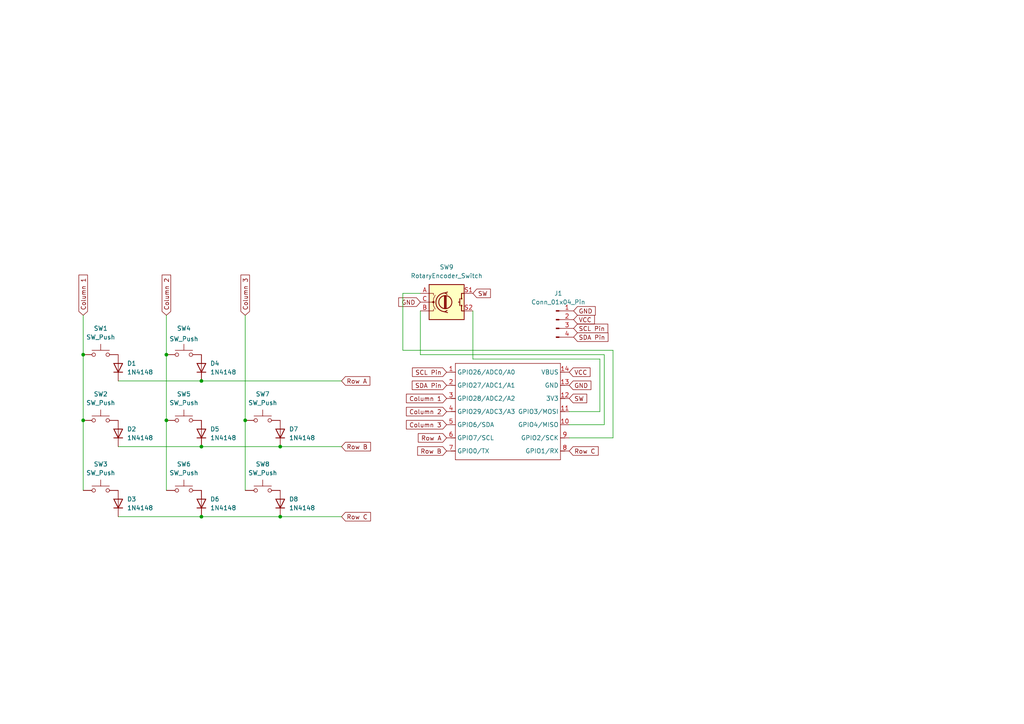
<source format=kicad_sch>
(kicad_sch (version 20250114) (generator "eeschema") (generator_version "9.0")
  (paper "A4")
  (lib_symbols
    (symbol "Connector:Conn_01x04_Pin" (pin_names (offset 1.016) (hide yes))
      (property "Reference" "J" (at 0 5.08 0))
      (property "Value" "Conn_01x04_Pin" (at 0 -7.62 0))
      (symbol "Conn_01x04_Pin_1_1"
        (rectangle (start 0.8636 2.667) (end 0 2.413) (stroke (width 0.1524)) (fill (type outline)))
        (rectangle (start 0.8636 0.127) (end 0 -0.127) (stroke (width 0.1524)) (fill (type outline)))
        (rectangle (start 0.8636 -2.413) (end 0 -2.667) (stroke (width 0.1524)) (fill (type outline)))
        (rectangle (start 0.8636 -4.953) (end 0 -5.207) (stroke (width 0.1524)) (fill (type outline)))
        (polyline (pts (xy 1.27 2.54) (xy 0.8636 2.54)) (stroke (width 0.1524)))
        (polyline (pts (xy 1.27 0) (xy 0.8636 0)) (stroke (width 0.1524)))
        (polyline (pts (xy 1.27 -2.54) (xy 0.8636 -2.54)) (stroke (width 0.1524)))
        (polyline (pts (xy 1.27 -5.08) (xy 0.8636 -5.08)) (stroke (width 0.1524)))
        (pin passive line (at 5.08 2.54 180) (length 3.81) (name "Pin_1") (number "1"))
        (pin passive line (at 5.08 0 180) (length 3.81) (name "Pin_2") (number "2"))
        (pin passive line (at 5.08 -2.54 180) (length 3.81) (name "Pin_3") (number "3"))
        (pin passive line (at 5.08 -5.08 180) (length 3.81) (name "Pin_4") (number "4"))
      )
    )
    (symbol "Device:RotaryEncoder_Switch" (pin_names (offset 0.254) (hide yes))
      (property "Reference" "SW" (at 0 6.604 0))
      (property "Value" "RotaryEncoder_Switch" (at 0 -6.604 0))
      (symbol "RotaryEncoder_Switch_0_1"
        (rectangle (start -5.08 5.08) (end 5.08 -5.08) (stroke (width 0.254)) (fill (type background)))
        (polyline (pts (xy -5.08 2.54) (xy -3.81 2.54) (xy -3.81 2.032)))
        (polyline (pts (xy -5.08 0) (xy -3.81 0) (xy -3.81 -1.016) (xy -3.302 -2.032)))
        (polyline (pts (xy -5.08 -2.54) (xy -3.81 -2.54) (xy -3.81 -2.032)))
        (polyline (pts (xy -4.318 0) (xy -3.81 0) (xy -3.81 1.016) (xy -3.302 2.032)))
        (circle (center -3.81 0) (radius 0.254) (fill (type outline)))
        (polyline (pts (xy -0.635 -1.778) (xy -0.635 1.778)) (stroke (width 0.254)))
        (circle (center -0.381 0) (radius 1.905) (stroke (width 0.254)))
        (polyline (pts (xy -0.381 -1.778) (xy -0.381 1.778)) (stroke (width 0.254)))
        (arc (start -0.381 -2.794) (mid -3.0988 -0.0635) (end -0.381 2.667) (stroke (width 0.254)))
        (polyline (pts (xy -0.127 1.778) (xy -0.127 -1.778)) (stroke (width 0.254)))
        (polyline (pts (xy 0.254 2.921) (xy -0.508 2.667) (xy 0.127 2.286)) (stroke (width 0.254)))
        (polyline (pts (xy 0.254 -3.048) (xy -0.508 -2.794) (xy 0.127 -2.413)) (stroke (width 0.254)))
        (polyline (pts (xy 3.81 1.016) (xy 3.81 -1.016)) (stroke (width 0.254)))
        (polyline (pts (xy 3.81 0) (xy 3.429 0)) (stroke (width 0.254)))
        (circle (center 4.318 1.016) (radius 0.127) (stroke (width 0.254)))
        (circle (center 4.318 -1.016) (radius 0.127) (stroke (width 0.254)))
        (polyline (pts (xy 5.08 2.54) (xy 4.318 2.54) (xy 4.318 1.016)) (stroke (width 0.254)))
        (polyline (pts (xy 5.08 -2.54) (xy 4.318 -2.54) (xy 4.318 -1.016)) (stroke (width 0.254)))
      )
      (symbol "RotaryEncoder_Switch_1_1"
        (pin passive line (at -7.62 2.54 0) (length 2.54) (name "A") (number "A"))
        (pin passive line (at -7.62 0 0) (length 2.54) (name "C") (number "C"))
        (pin passive line (at -7.62 -2.54 0) (length 2.54) (name "B") (number "B"))
        (pin passive line (at 7.62 2.54 180) (length 2.54) (name "S1") (number "S1"))
        (pin passive line (at 7.62 -2.54 180) (length 2.54) (name "S2") (number "S2"))
      )
    )
    (symbol "Diode:1N4148" (pin_numbers (hide yes)) (pin_names (hide yes))
      (property "Reference" "D" (at 0 2.54 0))
      (property "Value" "1N4148" (at 0 -2.54 0))
      (symbol "1N4148_0_1"
        (polyline (pts (xy -1.27 1.27) (xy -1.27 -1.27)) (stroke (width 0.254)))
        (polyline (pts (xy 1.27 1.27) (xy 1.27 -1.27) (xy -1.27 0) (xy 1.27 1.27)) (stroke (width 0.254)))
        (polyline (pts (xy 1.27 0) (xy -1.27 0)))
      )
      (symbol "1N4148_1_1"
        (pin passive line (at -3.81 0 0) (length 2.54) (name "K") (number "1"))
        (pin passive line (at 3.81 0 180) (length 2.54) (name "A") (number "2"))
      )
    )
    (symbol "OPL:XIAO-RP2040-DIP"
      (property "Reference" "U" (at 0 0 0))
      (property "Value" "XIAO-RP2040-DIP" (at 5.334 -1.778 0))
      (symbol "XIAO-RP2040-DIP_1_0"
        (polyline (pts (xy -1.27 -2.54) (xy 29.21 -2.54)) (stroke (width 0.1524)))
        (polyline (pts (xy -1.27 -5.08) (xy -2.54 -5.08)) (stroke (width 0.1524)))
        (polyline (pts (xy -1.27 -5.08) (xy -1.27 -2.54)) (stroke (width 0.1524)))
        (polyline (pts (xy -1.27 -8.89) (xy -2.54 -8.89)) (stroke (width 0.1524)))
        (polyline (pts (xy -1.27 -8.89) (xy -1.27 -5.08)) (stroke (width 0.1524)))
        (polyline (pts (xy -1.27 -12.7) (xy -2.54 -12.7)) (stroke (width 0.1524)))
        (polyline (pts (xy -1.27 -12.7) (xy -1.27 -8.89)) (stroke (width 0.1524)))
        (polyline (pts (xy -1.27 -16.51) (xy -2.54 -16.51)) (stroke (width 0.1524)))
        (polyline (pts (xy -1.27 -16.51) (xy -1.27 -12.7)) (stroke (width 0.1524)))
        (polyline (pts (xy -1.27 -20.32) (xy -2.54 -20.32)) (stroke (width 0.1524)))
        (polyline (pts (xy -1.27 -24.13) (xy -2.54 -24.13)) (stroke (width 0.1524)))
        (polyline (pts (xy -1.27 -27.94) (xy -2.54 -27.94)) (stroke (width 0.1524)))
        (polyline (pts (xy -1.27 -30.48) (xy -1.27 -16.51)) (stroke (width 0.1524)))
        (polyline (pts (xy 29.21 -2.54) (xy 29.21 -5.08)) (stroke (width 0.1524)))
        (polyline (pts (xy 29.21 -5.08) (xy 29.21 -8.89)) (stroke (width 0.1524)))
        (polyline (pts (xy 29.21 -8.89) (xy 29.21 -12.7)) (stroke (width 0.1524)))
        (polyline (pts (xy 29.21 -12.7) (xy 29.21 -30.48)) (stroke (width 0.1524)))
        (polyline (pts (xy 29.21 -30.48) (xy -1.27 -30.48)) (stroke (width 0.1524)))
        (polyline (pts (xy 30.48 -5.08) (xy 29.21 -5.08)) (stroke (width 0.1524)))
        (polyline (pts (xy 30.48 -8.89) (xy 29.21 -8.89)) (stroke (width 0.1524)))
        (polyline (pts (xy 30.48 -12.7) (xy 29.21 -12.7)) (stroke (width 0.1524)))
        (polyline (pts (xy 30.48 -16.51) (xy 29.21 -16.51)) (stroke (width 0.1524)))
        (polyline (pts (xy 30.48 -20.32) (xy 29.21 -20.32)) (stroke (width 0.1524)))
        (polyline (pts (xy 30.48 -24.13) (xy 29.21 -24.13)) (stroke (width 0.1524)))
        (polyline (pts (xy 30.48 -27.94) (xy 29.21 -27.94)) (stroke (width 0.1524)))
        (pin passive line (at -3.81 -5.08 0) (length 2.54) (name "GPIO26/ADC0/A0") (number "1"))
        (pin passive line (at -3.81 -8.89 0) (length 2.54) (name "GPIO27/ADC1/A1") (number "2"))
        (pin passive line (at -3.81 -12.7 0) (length 2.54) (name "GPIO28/ADC2/A2") (number "3"))
        (pin passive line (at -3.81 -16.51 0) (length 2.54) (name "GPIO29/ADC3/A3") (number "4"))
        (pin passive line (at -3.81 -20.32 0) (length 2.54) (name "GPIO6/SDA") (number "5"))
        (pin passive line (at -3.81 -24.13 0) (length 2.54) (name "GPIO7/SCL") (number "6"))
        (pin passive line (at -3.81 -27.94 0) (length 2.54) (name "GPIO0/TX") (number "7"))
        (pin passive line (at 31.75 -5.08 180) (length 2.54) (name "VBUS") (number "14"))
        (pin passive line (at 31.75 -8.89 180) (length 2.54) (name "GND") (number "13"))
        (pin passive line (at 31.75 -12.7 180) (length 2.54) (name "3V3") (number "12"))
        (pin passive line (at 31.75 -16.51 180) (length 2.54) (name "GPIO3/MOSI") (number "11"))
        (pin passive line (at 31.75 -20.32 180) (length 2.54) (name "GPIO4/MISO") (number "10"))
        (pin passive line (at 31.75 -24.13 180) (length 2.54) (name "GPIO2/SCK") (number "9"))
        (pin passive line (at 31.75 -27.94 180) (length 2.54) (name "GPIO1/RX") (number "8"))
      )
    )
    (symbol "Switch:SW_Push" (pin_numbers (hide yes)) (pin_names (offset 1.016) (hide yes))
      (property "Reference" "SW" (at 1.27 2.54 0))
      (property "Value" "SW_Push" (at 0 -1.524 0))
      (symbol "SW_Push_0_1"
        (circle (center -2.032 0) (radius 0.508))
        (polyline (pts (xy 0 1.27) (xy 0 3.048)))
        (circle (center 2.032 0) (radius 0.508))
        (polyline (pts (xy 2.54 1.27) (xy -2.54 1.27)))
        (pin passive line (at -5.08 0 0) (length 2.54) (name "1") (number "1"))
        (pin passive line (at 5.08 0 180) (length 2.54) (name "2") (number "2"))
      )
    )
  )
  (junction (at 24.13 121.92))
  (junction (at 58.42 149.86))
  (junction (at 71.12 121.92))
  (junction (at 48.26 121.92))
  (junction (at 24.13 102.87))
  (junction (at 58.42 129.54))
  (junction (at 48.26 102.87))
  (junction (at 81.28 129.54))
  (junction (at 81.28 149.86))
  (junction (at 58.42 110.49))
  (wire (pts (xy 24.13 121.92) (xy 24.13 142.24)))
  (wire (pts (xy 24.13 102.87) (xy 24.13 121.92)))
  (wire (pts (xy 116.84 85.09) (xy 116.84 101.6)))
  (wire (pts (xy 173.99 104.14) (xy 173.99 119.38)))
  (wire (pts (xy 121.92 90.17) (xy 121.92 102.87)))
  (wire (pts (xy 58.42 149.86) (xy 81.28 149.86)))
  (wire (pts (xy 137.16 90.17) (xy 137.16 104.14)))
  (wire (pts (xy 71.12 121.92) (xy 71.12 142.24)))
  (wire (pts (xy 34.29 110.49) (xy 58.42 110.49)))
  (wire (pts (xy 165.1 119.38) (xy 173.99 119.38)))
  (wire (pts (xy 137.16 104.14) (xy 173.99 104.14)))
  (wire (pts (xy 81.28 149.86) (xy 99.06 149.86)))
  (wire (pts (xy 116.84 101.6) (xy 177.8 101.6)))
  (wire (pts (xy 175.26 123.19) (xy 165.1 123.19)))
  (wire (pts (xy 121.92 85.09) (xy 116.84 85.09)))
  (wire (pts (xy 58.42 129.54) (xy 81.28 129.54)))
  (wire (pts (xy 34.29 129.54) (xy 58.42 129.54)))
  (wire (pts (xy 81.28 129.54) (xy 99.06 129.54)))
  (wire (pts (xy 48.26 91.44) (xy 48.26 102.87)))
  (wire (pts (xy 48.26 121.92) (xy 48.26 142.24)))
  (wire (pts (xy 175.26 102.87) (xy 175.26 123.19)))
  (wire (pts (xy 58.42 110.49) (xy 99.06 110.49)))
  (wire (pts (xy 48.26 102.87) (xy 48.26 121.92)))
  (wire (pts (xy 24.13 91.44) (xy 24.13 102.87)))
  (wire (pts (xy 34.29 149.86) (xy 58.42 149.86)))
  (wire (pts (xy 177.8 127) (xy 165.1 127)))
  (wire (pts (xy 71.12 91.44) (xy 71.12 121.92)))
  (wire (pts (xy 121.92 102.87) (xy 175.26 102.87)))
  (wire (pts (xy 177.8 101.6) (xy 177.8 127)))
  (global_label "Column 3" (shape input) (at 71.12 91.44 90) (property "Intersheetrefs" "${INTERSHEET_REFS}" (effects (hide yes))))
  (global_label "SW" (shape input) (at 137.16 85.09 0) (property "Intersheetrefs" "${INTERSHEET_REFS}" (effects (hide yes))))
  (global_label "VCC" (shape input) (at 165.1 107.95 0) (property "Intersheetrefs" "${INTERSHEET_REFS}" (effects (hide yes))))
  (global_label "Column 2" (shape input) (at 48.26 91.44 90) (property "Intersheetrefs" "${INTERSHEET_REFS}" (effects (hide yes))))
  (global_label "Row A" (shape input) (at 129.54 127 180) (property "Intersheetrefs" "${INTERSHEET_REFS}" (effects (hide yes))))
  (global_label "Column 1" (shape input) (at 129.54 115.57 180) (property "Intersheetrefs" "${INTERSHEET_REFS}" (effects (hide yes))))
  (global_label "VCC" (shape input) (at 166.37 92.71 0) (property "Intersheetrefs" "${INTERSHEET_REFS}" (effects (hide yes))))
  (global_label "GND" (shape input) (at 166.37 90.17 0) (property "Intersheetrefs" "${INTERSHEET_REFS}" (effects (hide yes))))
  (global_label "Row C" (shape input) (at 99.06 149.86 0) (property "Intersheetrefs" "${INTERSHEET_REFS}" (effects (hide yes))))
  (global_label "SCL Pin" (shape input) (at 129.54 107.95 180) (property "Intersheetrefs" "${INTERSHEET_REFS}" (effects (hide yes))))
  (global_label "Row B" (shape input) (at 99.06 129.54 0) (property "Intersheetrefs" "${INTERSHEET_REFS}" (effects (hide yes))))
  (global_label "Column 2" (shape input) (at 129.54 119.38 180) (property "Intersheetrefs" "${INTERSHEET_REFS}" (effects (hide yes))))
  (global_label "Row C" (shape input) (at 165.1 130.81 0) (property "Intersheetrefs" "${INTERSHEET_REFS}" (effects (hide yes))))
  (global_label "SDA Pin" (shape input) (at 166.37 97.79 0) (property "Intersheetrefs" "${INTERSHEET_REFS}" (effects (hide yes))))
  (global_label "Column 1" (shape input) (at 24.13 91.44 90) (property "Intersheetrefs" "${INTERSHEET_REFS}" (effects (hide yes))))
  (global_label "SW" (shape input) (at 165.1 115.57 0) (property "Intersheetrefs" "${INTERSHEET_REFS}" (effects (hide yes))))
  (global_label "Row A" (shape input) (at 99.06 110.49 0) (property "Intersheetrefs" "${INTERSHEET_REFS}" (effects (hide yes))))
  (global_label "SDA Pin" (shape input) (at 129.54 111.76 180) (property "Intersheetrefs" "${INTERSHEET_REFS}" (effects (hide yes))))
  (global_label "GND" (shape input) (at 121.92 87.63 180) (property "Intersheetrefs" "${INTERSHEET_REFS}" (effects (hide yes))))
  (global_label "Row B" (shape input) (at 129.54 130.81 180) (property "Intersheetrefs" "${INTERSHEET_REFS}" (effects (hide yes))))
  (global_label "GND" (shape input) (at 165.1 111.76 0) (property "Intersheetrefs" "${INTERSHEET_REFS}" (effects (hide yes))))
  (global_label "Column 3" (shape input) (at 129.54 123.19 180) (property "Intersheetrefs" "${INTERSHEET_REFS}" (effects (hide yes))))
  (global_label "SCL Pin" (shape input) (at 166.37 95.25 0) (property "Intersheetrefs" "${INTERSHEET_REFS}" (effects (hide yes))))
  (symbol (lib_id "Diode:1N4148") (at 34.29 106.68 90) (unit 1)
    (property "Reference" "D1" (at 36.83 105.4099 90) (effects (justify right)))
    (property "Value" "1N4148" (at 36.83 107.9499 90) (effects (justify right)))
    (property "Footprint" "Diode_THT:D_DO-35_SOD27_P7.62mm_Horizontal" (effects (hide yes)))
    (property "Datasheet" "https://assets.nexperia.com/documents/data-sheet/1N4148_1N4448.pdf" (effects (hide yes)))
    (property "Description" "100V 0.15A standard switching diode, DO-35" (effects (hide yes)))
    (property "Sim.Device" "D" (effects (hide yes)))
    (property "Sim.Pins" "1=K 2=A" (effects (hide yes)))
  )
  (symbol (lib_id "Diode:1N4148") (at 81.28 125.73 90) (unit 1)
    (property "Reference" "D7" (at 83.82 124.4599 90) (effects (justify right)))
    (property "Value" "1N4148" (at 83.82 126.9999 90) (effects (justify right)))
    (property "Footprint" "Diode_THT:D_DO-35_SOD27_P7.62mm_Horizontal" (effects (hide yes)))
    (property "Datasheet" "https://assets.nexperia.com/documents/data-sheet/1N4148_1N4448.pdf" (effects (hide yes)))
    (property "Description" "100V 0.15A standard switching diode, DO-35" (effects (hide yes)))
    (property "Sim.Device" "D" (effects (hide yes)))
    (property "Sim.Pins" "1=K 2=A" (effects (hide yes)))
  )
  (symbol (lib_id "Switch:SW_Push") (at 29.21 142.24 0) (unit 1)
    (property "Reference" "SW3" (at 29.21 134.62 0))
    (property "Value" "SW_Push" (at 29.21 137.16 0))
    (property "Footprint" "Button_Switch_Keyboard:SW_Cherry_MX_1.00u_PCB" (effects (hide yes)))
    (property "Description" "Push button switch, generic, two pins" (effects (hide yes)))
  )
  (symbol (lib_id "Switch:SW_Push") (at 29.21 121.92 0) (unit 1)
    (property "Reference" "SW2" (at 29.21 114.3 0))
    (property "Value" "SW_Push" (at 29.21 116.84 0))
    (property "Footprint" "Button_Switch_Keyboard:SW_Cherry_MX_1.00u_PCB" (effects (hide yes)))
    (property "Description" "Push button switch, generic, two pins" (effects (hide yes)))
  )
  (symbol (lib_id "Switch:SW_Push") (at 53.34 121.92 0) (unit 1)
    (property "Reference" "SW5" (at 53.34 114.3 0))
    (property "Value" "SW_Push" (at 53.34 116.84 0))
    (property "Footprint" "Button_Switch_Keyboard:SW_Cherry_MX_1.00u_PCB" (effects (hide yes)))
    (property "Description" "Push button switch, generic, two pins" (effects (hide yes)))
  )
  (symbol (lib_id "Diode:1N4148") (at 58.42 146.05 90) (unit 1)
    (property "Reference" "D6" (at 60.96 144.7799 90) (effects (justify right)))
    (property "Value" "1N4148" (at 60.96 147.3199 90) (effects (justify right)))
    (property "Footprint" "Diode_THT:D_DO-35_SOD27_P7.62mm_Horizontal" (effects (hide yes)))
    (property "Datasheet" "https://assets.nexperia.com/documents/data-sheet/1N4148_1N4448.pdf" (effects (hide yes)))
    (property "Description" "100V 0.15A standard switching diode, DO-35" (effects (hide yes)))
    (property "Sim.Device" "D" (effects (hide yes)))
    (property "Sim.Pins" "1=K 2=A" (effects (hide yes)))
  )
  (symbol (lib_id "Switch:SW_Push") (at 76.2 142.24 0) (unit 1)
    (property "Reference" "SW8" (at 76.2 134.62 0))
    (property "Value" "SW_Push" (at 76.2 137.16 0))
    (property "Footprint" "Button_Switch_Keyboard:SW_Cherry_MX_1.00u_PCB" (effects (hide yes)))
    (property "Description" "Push button switch, generic, two pins" (effects (hide yes)))
  )
  (symbol (lib_id "Diode:1N4148") (at 34.29 146.05 90) (unit 1)
    (property "Reference" "D3" (at 36.83 144.7799 90) (effects (justify right)))
    (property "Value" "1N4148" (at 36.83 147.3199 90) (effects (justify right)))
    (property "Footprint" "Diode_THT:D_DO-35_SOD27_P7.62mm_Horizontal" (effects (hide yes)))
    (property "Datasheet" "https://assets.nexperia.com/documents/data-sheet/1N4148_1N4448.pdf" (effects (hide yes)))
    (property "Description" "100V 0.15A standard switching diode, DO-35" (effects (hide yes)))
    (property "Sim.Device" "D" (effects (hide yes)))
    (property "Sim.Pins" "1=K 2=A" (effects (hide yes)))
  )
  (symbol (lib_id "Diode:1N4148") (at 58.42 125.73 90) (unit 1)
    (property "Reference" "D5" (at 60.96 124.4599 90) (effects (justify right)))
    (property "Value" "1N4148" (at 60.96 126.9999 90) (effects (justify right)))
    (property "Footprint" "Diode_THT:D_DO-35_SOD27_P7.62mm_Horizontal" (effects (hide yes)))
    (property "Datasheet" "https://assets.nexperia.com/documents/data-sheet/1N4148_1N4448.pdf" (effects (hide yes)))
    (property "Description" "100V 0.15A standard switching diode, DO-35" (effects (hide yes)))
    (property "Sim.Device" "D" (effects (hide yes)))
    (property "Sim.Pins" "1=K 2=A" (effects (hide yes)))
  )
  (symbol (lib_id "Diode:1N4148") (at 58.42 106.68 90) (unit 1)
    (property "Reference" "D4" (at 60.96 105.4099 90) (effects (justify right)))
    (property "Value" "1N4148" (at 60.96 107.9499 90) (effects (justify right)))
    (property "Footprint" "Diode_THT:D_DO-35_SOD27_P7.62mm_Horizontal" (effects (hide yes)))
    (property "Datasheet" "https://assets.nexperia.com/documents/data-sheet/1N4148_1N4448.pdf" (effects (hide yes)))
    (property "Description" "100V 0.15A standard switching diode, DO-35" (effects (hide yes)))
    (property "Sim.Device" "D" (effects (hide yes)))
    (property "Sim.Pins" "1=K 2=A" (effects (hide yes)))
  )
  (symbol (lib_id "Switch:SW_Push") (at 76.2 121.92 0) (unit 1)
    (property "Reference" "SW7" (at 76.2 114.3 0))
    (property "Value" "SW_Push" (at 76.2 116.84 0))
    (property "Footprint" "Button_Switch_Keyboard:SW_Cherry_MX_1.00u_PCB" (effects (hide yes)))
    (property "Description" "Push button switch, generic, two pins" (effects (hide yes)))
  )
  (symbol (lib_id "Switch:SW_Push") (at 53.34 142.24 0) (unit 1)
    (property "Reference" "SW6" (at 53.34 134.62 0))
    (property "Value" "SW_Push" (at 53.34 137.16 0))
    (property "Footprint" "Button_Switch_Keyboard:SW_Cherry_MX_1.00u_PCB" (effects (hide yes)))
    (property "Description" "Push button switch, generic, two pins" (effects (hide yes)))
  )
  (symbol (lib_id "Diode:1N4148") (at 81.28 146.05 90) (unit 1)
    (property "Reference" "D8" (at 83.82 144.7799 90) (effects (justify right)))
    (property "Value" "1N4148" (at 83.82 147.3199 90) (effects (justify right)))
    (property "Footprint" "Diode_THT:D_DO-35_SOD27_P7.62mm_Horizontal" (effects (hide yes)))
    (property "Datasheet" "https://assets.nexperia.com/documents/data-sheet/1N4148_1N4448.pdf" (effects (hide yes)))
    (property "Description" "100V 0.15A standard switching diode, DO-35" (effects (hide yes)))
    (property "Sim.Device" "D" (effects (hide yes)))
    (property "Sim.Pins" "1=K 2=A" (effects (hide yes)))
  )
  (symbol (lib_id "Diode:1N4148") (at 34.29 125.73 90) (unit 1)
    (property "Reference" "D2" (at 36.83 124.4599 90) (effects (justify right)))
    (property "Value" "1N4148" (at 36.83 126.9999 90) (effects (justify right)))
    (property "Footprint" "Diode_THT:D_DO-35_SOD27_P7.62mm_Horizontal" (effects (hide yes)))
    (property "Datasheet" "https://assets.nexperia.com/documents/data-sheet/1N4148_1N4448.pdf" (effects (hide yes)))
    (property "Description" "100V 0.15A standard switching diode, DO-35" (effects (hide yes)))
    (property "Sim.Device" "D" (effects (hide yes)))
    (property "Sim.Pins" "1=K 2=A" (effects (hide yes)))
  )
  (symbol (lib_id "Switch:SW_Push") (at 29.21 102.87 0) (unit 1)
    (property "Reference" "SW1" (at 29.21 95.25 0))
    (property "Value" "SW_Push" (at 29.21 97.79 0))
    (property "Footprint" "Button_Switch_Keyboard:SW_Cherry_MX_1.00u_PCB" (effects (hide yes)))
    (property "Description" "Push button switch, generic, two pins" (effects (hide yes)))
  )
  (symbol (lib_id "OPL:XIAO-RP2040-DIP") (at 133.35 102.87 0) (unit 1)
    (property "Reference" "U1" (effects (hide yes)))
    (property "Value" "XIAO-RP2040-DIP" (effects (hide yes)))
    (property "Footprint" "OPL:XIAO-RP2040-DIP" (effects (hide yes)))
  )
  (symbol (lib_id "Switch:SW_Push") (at 53.34 102.87 0) (unit 1)
    (property "Reference" "SW4" (at 53.34 95.25 0))
    (property "Value" "SW_Push" (at 53.34 98.298 0))
    (property "Footprint" "Button_Switch_Keyboard:SW_Cherry_MX_1.00u_PCB" (effects (hide yes)))
    (property "Description" "Push button switch, generic, two pins" (effects (hide yes)))
  )
  (symbol (lib_id "Connector:Conn_01x04_Pin") (at 161.29 92.71 0) (unit 1)
    (property "Reference" "J1" (at 161.925 85.09 0))
    (property "Value" "Conn_01x04_Pin" (at 161.925 87.63 0))
    (property "Footprint" "KiCad-SSD1306-0.91-OLED-4pin-128x32.pretty-master:SSD1306-0.91-OLED-4pin-128x32" (effects (hide yes)))
    (property "Description" "Generic connector, single row, 01x04, script generated" (effects (hide yes)))
  )
  (symbol (lib_id "Device:RotaryEncoder_Switch") (at 129.54 87.63 0) (unit 1)
    (property "Reference" "SW9" (at 129.54 77.47 0))
    (property "Value" "RotaryEncoder_Switch" (at 129.54 80.01 0))
    (property "Footprint" "Rotary_Encoder:RotaryEncoder_Alps_EC11E-Switch_Vertical_H20mm" (effects (hide yes)))
    (property "Description" "Rotary encoder, dual channel, incremental quadrate outputs, with switch" (effects (hide yes)))
  )
)
</source>
